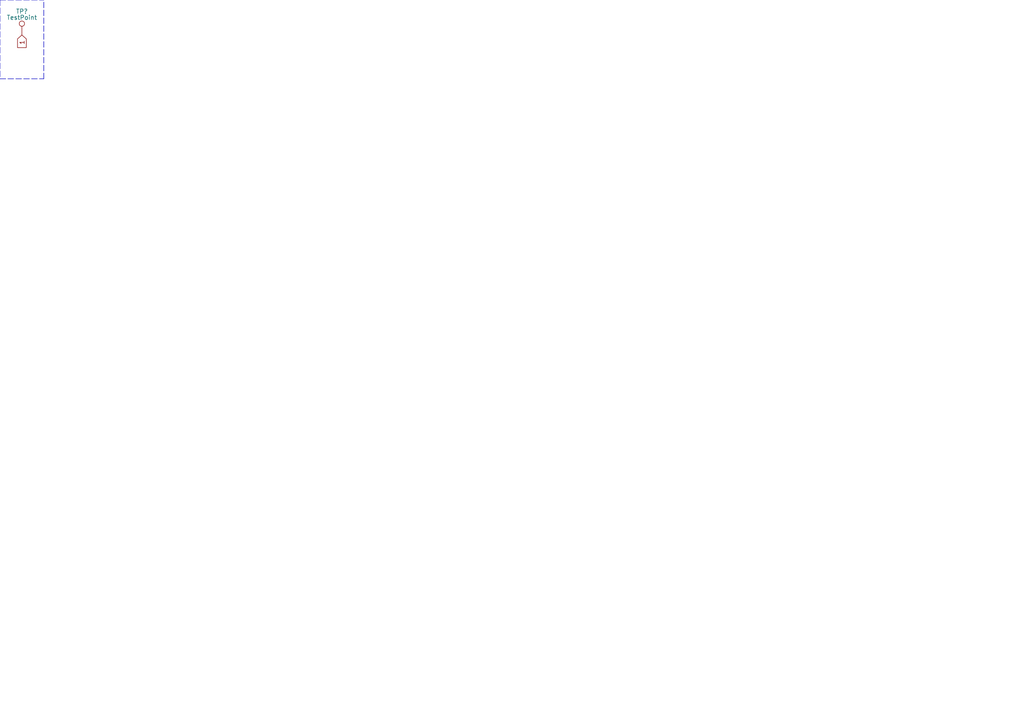
<source format=kicad_sch>
(kicad_sch (version 20201015) (generator eeschema)
  (paper "A4")
  (lib_symbols
    (symbol "Connector:TestPoint" (pin_numbers hide) (pin_names (offset 0.762) hide)
      (property "Reference" "TP" (at 0 6.858 0))
      (property "Value" "TestPoint" (at 0 5.08 0))
      (symbol "TestPoint_0_1"
        (circle (center 0 3.302) (radius 0.762))
      )
      (symbol "TestPoint_1_1"
        (pin passive line (at 0 0 90) (length 2.54) (name "1") (number "1"))
      )
    )
  )
  (polyline (pts (xy 0 0) (xy 0 22.86)) (stroke (width 0) (type dash)))
  (polyline (pts (xy 0 0) (xy 12.7 0)) (stroke (width 0) (type dash)))
  (polyline (pts (xy 0 22.86) (xy 12.7 22.86)) (stroke (width 0) (type dash)))
  (polyline (pts (xy 12.7 22.86) (xy 12.7 0)) (stroke (width 0) (type dash)))
  (text "D TP.*\nF .*\nV .*" (at 0 0 0) (effects (font (size 1.27 1.27)) (justify left bottom)))
  (global_label "1" (shape input) (at 6.35 10.16 270) (property "Intersheet References" "${INTERSHEET_REFS}" (effects hide)))
  (symbol (lib_id "Connector:TestPoint") (at 6.35 10.16 0) (unit 1)
    (property "Reference" "TP?" (at 6.35 3.302 0))
    (property "Value" "TestPoint" (at 6.35 5.08 0))
  )
)
</source>
